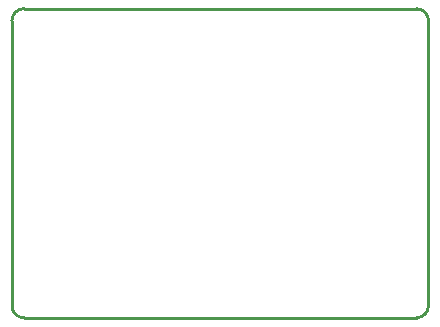
<source format=gko>
G04 Layer: BoardOutline*
G04 EasyEDA v6.4.25, 2021-12-06T02:48:24+01:00*
G04 3d30912b60d9496eba34c91f18b07311,db93e8822c7348a7aec6f6efa12e507d,10*
G04 Gerber Generator version 0.2*
G04 Scale: 100 percent, Rotated: No, Reflected: No *
G04 Dimensions in millimeters *
G04 leading zeros omitted , absolute positions ,4 integer and 5 decimal *
%FSLAX45Y45*%
%MOMM*%

%ADD10C,0.2540*%
D10*
X0Y-2515999D02*
G01*
X0Y-99999D01*
X3426000Y-2615999D02*
G01*
X99999Y-2615999D01*
X3526000Y-99999D02*
G01*
X3526000Y-2515999D01*
X99999Y0D02*
G01*
X3426000Y0D01*
G75*
G01*
X3426000Y0D02*
G02*
X3526000Y-100000I0J-100000D01*
G75*
G01*
X3526000Y-2516000D02*
G02*
X3426000Y-2615999I-100000J0D01*
G75*
G01*
X0Y-100000D02*
G02*
X100000Y0I100000J0D01*
G75*
G01*
X100000Y-2615999D02*
G02*
X0Y-2516000I0J99999D01*

%LPD*%
M02*

</source>
